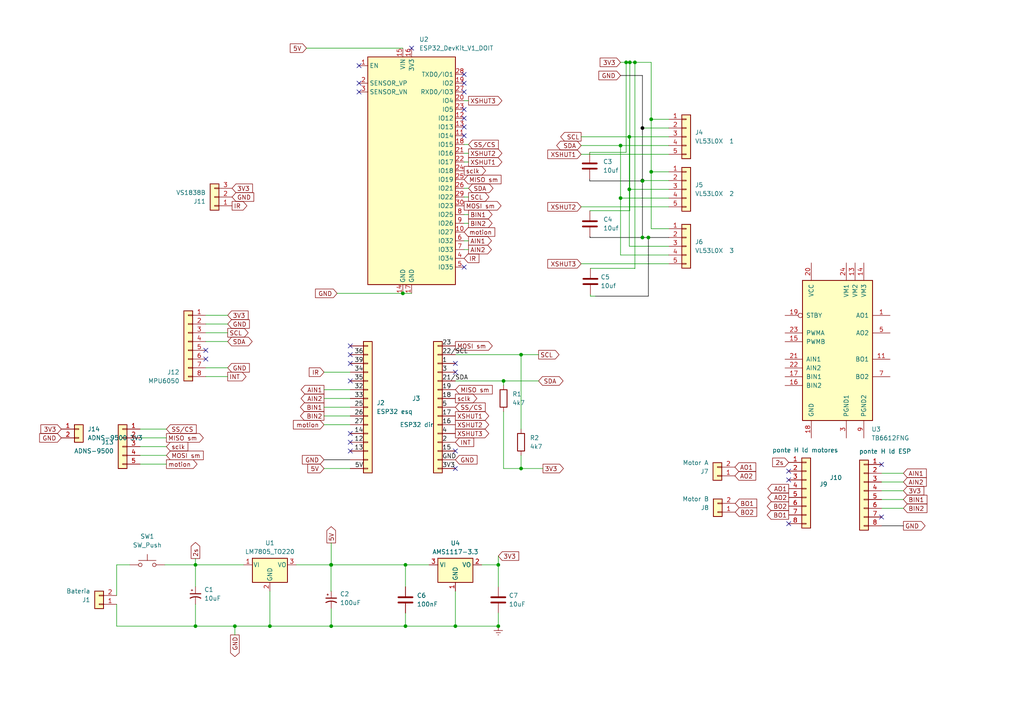
<source format=kicad_sch>
(kicad_sch (version 20230121) (generator eeschema)
  (paper "A4")
  (lib_symbols
    (symbol "Conn_01x03_1" (pin_names (offset 1.016) hide)
      (property "Reference" "J10" (at 2.54 1.27 0))
      (property "Value" "VS1838B" (at 2.54 -1.27 0))
      (symbol "Conn_01x03_1_1_1"
        (rectangle (start -1.27 0.127) (end 0 -0.127) (stroke (width 0.1524)))
        (rectangle (start -1.27 2.667) (end 0 2.413) (stroke (width 0.1524)))
        (rectangle (start -1.27 3.81) (end 1.27 -1.27) (stroke (width 0.254)) (fill (type background)))
        (pin passive line (at -5.08 2.54 0) (length 3.81) (name "Pin_1") (number "1"))
        (pin passive line (at -5.08 0 0) (length 3.81) (name "Pin_2") (number "2"))
      )
    )
    (symbol "Conn_01x15_1" (pin_numbers hide) (pin_names (offset 1.016) hide)
      (property "Reference" "J" (at 0 20.32 0))
      (property "Value" "Conn_01x15" (at 0 -20.32 0))
      (symbol "Conn_01x15_1_1_1"
        (rectangle (start -1.27 -17.653) (end 0 -17.907) (stroke (width 0.1524)))
        (rectangle (start -1.27 -15.113) (end 0 -15.367) (stroke (width 0.1524)))
        (rectangle (start -1.27 -12.573) (end 0 -12.827) (stroke (width 0.1524)))
        (rectangle (start -1.27 -10.033) (end 0 -10.287) (stroke (width 0.1524)))
        (rectangle (start -1.27 -7.493) (end 0 -7.747) (stroke (width 0.1524)))
        (rectangle (start -1.27 -4.953) (end 0 -5.207) (stroke (width 0.1524)))
        (rectangle (start -1.27 -2.413) (end 0 -2.667) (stroke (width 0.1524)))
        (rectangle (start -1.27 0.127) (end 0 -0.127) (stroke (width 0.1524)))
        (rectangle (start -1.27 2.667) (end 0 2.413) (stroke (width 0.1524)))
        (rectangle (start -1.27 5.207) (end 0 4.953) (stroke (width 0.1524)))
        (rectangle (start -1.27 7.747) (end 0 7.493) (stroke (width 0.1524)))
        (rectangle (start -1.27 10.287) (end 0 10.033) (stroke (width 0.1524)))
        (rectangle (start -1.27 12.827) (end 0 12.573) (stroke (width 0.1524)))
        (rectangle (start -1.27 15.367) (end 0 15.113) (stroke (width 0.1524)))
        (rectangle (start -1.27 17.907) (end 0 17.653) (stroke (width 0.1524)))
        (rectangle (start -1.27 19.05) (end 1.27 -19.05) (stroke (width 0.254)) (fill (type background)))
        (pin passive line (at -5.08 17.78 0) (length 3.81) (name "Pin_1") (number "1"))
        (pin passive line (at -5.08 -5.08 0) (length 3.81) (name "Pin_10") (number "10"))
        (pin passive line (at -5.08 -7.62 0) (length 3.81) (name "Pin_11") (number "11"))
        (pin passive line (at -5.08 -10.16 0) (length 3.81) (name "Pin_12") (number "12"))
        (pin passive line (at -5.08 -12.7 0) (length 3.81) (name "Pin_13") (number "13"))
        (pin passive line (at -5.08 -15.24 0) (length 3.81) (name "Pin_14") (number "14"))
        (pin passive line (at -5.08 -17.78 0) (length 3.81) (name "Pin_15") (number "15"))
        (pin passive line (at -5.08 15.24 0) (length 3.81) (name "Pin_2") (number "2"))
        (pin passive line (at -5.08 12.7 0) (length 3.81) (name "Pin_3") (number "3"))
        (pin passive line (at -5.08 10.16 0) (length 3.81) (name "Pin_4") (number "4"))
        (pin passive line (at -5.08 7.62 0) (length 3.81) (name "Pin_5") (number "5"))
        (pin passive line (at -5.08 5.08 0) (length 3.81) (name "Pin_6") (number "6"))
        (pin passive line (at -5.08 2.54 0) (length 3.81) (name "Pin_7") (number "7"))
        (pin passive line (at -5.08 0 0) (length 3.81) (name "Pin_8") (number "8"))
        (pin passive line (at -5.08 -2.54 0) (length 3.81) (name "Pin_9") (number "9"))
      )
    )
    (symbol "Conn_01x15_2" (pin_names (offset 1.016) hide)
      (property "Reference" "J13" (at 2.54 1.27 0))
      (property "Value" "ESP32 esq" (at 2.54 -1.27 0))
      (symbol "Conn_01x15_2_1_1"
        (rectangle (start -1.27 0.127) (end 0 -0.127) (stroke (width 0.1524)))
        (rectangle (start -1.27 2.667) (end 0 2.413) (stroke (width 0.1524)))
        (rectangle (start -1.27 5.207) (end 0 4.953) (stroke (width 0.1524)))
        (rectangle (start -1.27 7.747) (end 0 7.493) (stroke (width 0.1524)))
        (rectangle (start -1.27 10.287) (end 0 10.033) (stroke (width 0.1524)))
        (rectangle (start -1.27 12.827) (end 0 12.573) (stroke (width 0.1524)))
        (rectangle (start -1.27 15.367) (end 0 15.113) (stroke (width 0.1524)))
        (rectangle (start -1.27 17.907) (end 0 17.653) (stroke (width 0.1524)))
        (rectangle (start -1.27 19.05) (end 1.27 -1.27) (stroke (width 0.254)) (fill (type background)))
        (pin passive line (at -5.08 17.78 0) (length 3.81) (name "Pin_1") (number "1"))
        (pin passive line (at -5.08 15.24 0) (length 3.81) (name "Pin_2") (number "2"))
        (pin passive line (at -5.08 12.7 0) (length 3.81) (name "Pin_3") (number "3"))
        (pin passive line (at -5.08 10.16 0) (length 3.81) (name "Pin_4") (number "4"))
        (pin passive line (at -5.08 7.62 0) (length 3.81) (name "Pin_5") (number "5"))
        (pin passive line (at -5.08 5.08 0) (length 3.81) (name "Pin_6") (number "6"))
        (pin passive line (at -5.08 2.54 0) (length 3.81) (name "Pin_7") (number "7"))
        (pin passive line (at -5.08 0 0) (length 3.81) (name "Pin_8") (number "8"))
      )
    )
    (symbol "Connector_Generic:Conn_01x02" (pin_names (offset 1.016) hide)
      (property "Reference" "J" (at 0 2.54 0))
      (property "Value" "Conn_01x02" (at 0 -5.08 0))
      (symbol "Conn_01x02_1_1"
        (rectangle (start -1.27 -2.413) (end 0 -2.667) (stroke (width 0.1524)))
        (rectangle (start -1.27 0.127) (end 0 -0.127) (stroke (width 0.1524)))
        (rectangle (start -1.27 1.27) (end 1.27 -3.81) (stroke (width 0.254)) (fill (type background)))
        (pin passive line (at -5.08 0 0) (length 3.81) (name "Pin_1") (number "1"))
        (pin passive line (at -5.08 -2.54 0) (length 3.81) (name "Pin_2") (number "2"))
      )
    )
    (symbol "Connector_Generic:Conn_01x03" (pin_names (offset 1.016) hide)
      (property "Reference" "J" (at 0 5.08 0))
      (property "Value" "Conn_01x03" (at 0 -5.08 0))
      (symbol "Conn_01x03_1_1"
        (rectangle (start -1.27 -2.413) (end 0 -2.667) (stroke (width 0.1524)))
        (rectangle (start -1.27 0.127) (end 0 -0.127) (stroke (width 0.1524)))
        (rectangle (start -1.27 2.667) (end 0 2.413) (stroke (width 0.1524)))
        (rectangle (start -1.27 3.81) (end 1.27 -3.81) (stroke (width 0.254)) (fill (type background)))
        (pin passive line (at -5.08 2.54 0) (length 3.81) (name "Pin_1") (number "1"))
        (pin passive line (at -5.08 0 0) (length 3.81) (name "Pin_2") (number "2"))
        (pin passive line (at -5.08 -2.54 0) (length 3.81) (name "Pin_3") (number "3"))
      )
    )
    (symbol "Connector_Generic:Conn_01x05" (pin_names (offset 1.016) hide)
      (property "Reference" "J" (at 0 7.62 0))
      (property "Value" "Conn_01x05" (at 0 -7.62 0))
      (symbol "Conn_01x05_1_1"
        (rectangle (start -1.27 -4.953) (end 0 -5.207) (stroke (width 0.1524)))
        (rectangle (start -1.27 -2.413) (end 0 -2.667) (stroke (width 0.1524)))
        (rectangle (start -1.27 0.127) (end 0 -0.127) (stroke (width 0.1524)))
        (rectangle (start -1.27 2.667) (end 0 2.413) (stroke (width 0.1524)))
        (rectangle (start -1.27 5.207) (end 0 4.953) (stroke (width 0.1524)))
        (rectangle (start -1.27 6.35) (end 1.27 -6.35) (stroke (width 0.254)) (fill (type background)))
        (pin passive line (at -5.08 5.08 0) (length 3.81) (name "Pin_1") (number "1"))
        (pin passive line (at -5.08 2.54 0) (length 3.81) (name "Pin_2") (number "2"))
        (pin passive line (at -5.08 0 0) (length 3.81) (name "Pin_3") (number "3"))
        (pin passive line (at -5.08 -2.54 0) (length 3.81) (name "Pin_4") (number "4"))
        (pin passive line (at -5.08 -5.08 0) (length 3.81) (name "Pin_5") (number "5"))
      )
    )
    (symbol "Connector_Generic:Conn_01x07" (pin_names (offset 1.016) hide)
      (property "Reference" "J13" (at 2.54 1.27 0))
      (property "Value" "ADNS-9500" (at 2.54 -1.27 0))
      (symbol "Conn_01x07_1_1"
        (rectangle (start -1.27 -4.953) (end 0 -5.207) (stroke (width 0.1524)))
        (rectangle (start -1.27 -2.413) (end 0 -2.667) (stroke (width 0.1524)))
        (rectangle (start -1.27 0.127) (end 0 -0.127) (stroke (width 0.1524)))
        (rectangle (start -1.27 2.667) (end 0 2.413) (stroke (width 0.1524)))
        (rectangle (start -1.27 5.207) (end 0 4.953) (stroke (width 0.1524)))
        (rectangle (start -1.27 6.35) (end 1.27 -6.35) (stroke (width 0.254)) (fill (type background)))
        (pin passive line (at -5.08 5.08 0) (length 3.81) (name "Pin_1") (number "1"))
        (pin passive line (at -5.08 2.54 0) (length 3.81) (name "Pin_2") (number "2"))
        (pin passive line (at -5.08 0 0) (length 3.81) (name "Pin_3") (number "3"))
        (pin passive line (at -5.08 -2.54 0) (length 3.81) (name "Pin_4") (number "4"))
        (pin passive line (at -5.08 -5.08 0) (length 3.81) (name "Pin_5") (number "5"))
      )
    )
    (symbol "Connector_Generic:Conn_01x15" (pin_numbers hide) (pin_names (offset 1.016) hide)
      (property "Reference" "J" (at 0 20.32 0))
      (property "Value" "Conn_01x15" (at 0 -20.32 0))
      (symbol "Conn_01x15_1_1"
        (rectangle (start -1.27 -17.653) (end 0 -17.907) (stroke (width 0.1524)))
        (rectangle (start -1.27 -15.113) (end 0 -15.367) (stroke (width 0.1524)))
        (rectangle (start -1.27 -12.573) (end 0 -12.827) (stroke (width 0.1524)))
        (rectangle (start -1.27 -10.033) (end 0 -10.287) (stroke (width 0.1524)))
        (rectangle (start -1.27 -7.493) (end 0 -7.747) (stroke (width 0.1524)))
        (rectangle (start -1.27 -4.953) (end 0 -5.207) (stroke (width 0.1524)))
        (rectangle (start -1.27 -2.413) (end 0 -2.667) (stroke (width 0.1524)))
        (rectangle (start -1.27 0.127) (end 0 -0.127) (stroke (width 0.1524)))
        (rectangle (start -1.27 2.667) (end 0 2.413) (stroke (width 0.1524)))
        (rectangle (start -1.27 5.207) (end 0 4.953) (stroke (width 0.1524)))
        (rectangle (start -1.27 7.747) (end 0 7.493) (stroke (width 0.1524)))
        (rectangle (start -1.27 10.287) (end 0 10.033) (stroke (width 0.1524)))
        (rectangle (start -1.27 12.827) (end 0 12.573) (stroke (width 0.1524)))
        (rectangle (start -1.27 15.367) (end 0 15.113) (stroke (width 0.1524)))
        (rectangle (start -1.27 17.907) (end 0 17.653) (stroke (width 0.1524)))
        (rectangle (start -1.27 19.05) (end 1.27 -19.05) (stroke (width 0.254)) (fill (type background)))
        (pin passive line (at -5.08 17.78 0) (length 3.81) (name "Pin_1") (number "1"))
        (pin passive line (at -5.08 -5.08 0) (length 3.81) (name "Pin_10") (number "10"))
        (pin passive line (at -5.08 -7.62 0) (length 3.81) (name "Pin_11") (number "11"))
        (pin passive line (at -5.08 -10.16 0) (length 3.81) (name "Pin_12") (number "12"))
        (pin passive line (at -5.08 -12.7 0) (length 3.81) (name "Pin_13") (number "13"))
        (pin passive line (at -5.08 -15.24 0) (length 3.81) (name "Pin_14") (number "14"))
        (pin passive line (at -5.08 -17.78 0) (length 3.81) (name "Pin_15") (number "15"))
        (pin passive line (at -5.08 15.24 0) (length 3.81) (name "Pin_2") (number "2"))
        (pin passive line (at -5.08 12.7 0) (length 3.81) (name "Pin_3") (number "3"))
        (pin passive line (at -5.08 10.16 0) (length 3.81) (name "Pin_4") (number "4"))
        (pin passive line (at -5.08 7.62 0) (length 3.81) (name "Pin_5") (number "5"))
        (pin passive line (at -5.08 5.08 0) (length 3.81) (name "Pin_6") (number "6"))
        (pin passive line (at -5.08 2.54 0) (length 3.81) (name "Pin_7") (number "7"))
        (pin passive line (at -5.08 0 0) (length 3.81) (name "Pin_8") (number "8"))
        (pin passive line (at -5.08 -2.54 0) (length 3.81) (name "Pin_9") (number "9"))
      )
    )
    (symbol "Device:C" (pin_numbers hide) (pin_names (offset 0.254))
      (property "Reference" "C" (at 0.635 2.54 0))
      (property "Value" "C" (at 0.635 -2.54 0))
      (symbol "C_0_1"
        (polyline (pts (xy -2.032 -0.762) (xy 2.032 -0.762)) (stroke (width 0.508)))
        (polyline (pts (xy -2.032 0.762) (xy 2.032 0.762)) (stroke (width 0.508)))
      )
      (symbol "C_1_1"
        (pin passive line (at 0 3.81 270) (length 2.794) (name "~") (number "1"))
        (pin passive line (at 0 -3.81 90) (length 2.794) (name "~") (number "2"))
      )
    )
    (symbol "Device:C_Polarized_Small_US" (pin_numbers hide) (pin_names (offset 0.254) hide)
      (property "Reference" "C" (at 0.254 1.778 0))
      (property "Value" "C_Polarized_Small_US" (at 0.254 -2.032 0))
      (symbol "C_Polarized_Small_US_0_1"
        (polyline (pts (xy -1.524 0.508) (xy 1.524 0.508)) (stroke (width 0.3048)))
        (polyline (pts (xy -1.27 1.524) (xy -0.762 1.524)))
        (polyline (pts (xy -1.016 1.27) (xy -1.016 1.778)))
        (arc (start 1.524 -0.762) (mid 0 -0.3734) (end -1.524 -0.762) (stroke (width 0.3048)))
      )
      (symbol "C_Polarized_Small_US_1_1"
        (pin passive line (at 0 2.54 270) (length 2.032) (name "~") (number "1"))
        (pin passive line (at 0 -2.54 90) (length 2.032) (name "~") (number "2"))
      )
    )
    (symbol "Device:R" (pin_numbers hide) (pin_names (offset 0))
      (property "Reference" "R" (at 2.032 0 90))
      (property "Value" "R" (at 0 0 90))
      (symbol "R_0_1"
        (rectangle (start -1.016 -2.54) (end 1.016 2.54) (stroke (width 0.254)))
      )
      (symbol "R_1_1"
        (pin passive line (at 0 3.81 270) (length 1.27) (name "~") (number "1"))
        (pin passive line (at 0 -3.81 90) (length 1.27) (name "~") (number "2"))
      )
    )
    (symbol "Driver_Motor:TB6612FNG" (pin_names (offset 1.016))
      (property "Reference" "U" (at 11.43 17.78 0))
      (property "Value" "TB6612FNG" (at 11.43 15.24 0))
      (symbol "TB6612FNG_0_1"
        (rectangle (start -10.16 20.32) (end 10.16 -20.32) (stroke (width 0.254)) (fill (type background)))
      )
      (symbol "TB6612FNG_1_1"
        (pin output line (at 15.24 10.16 180) (length 5.08) (name "AO1") (number "1"))
        (pin passive line (at 7.62 -25.4 90) (length 5.08) hide (name "PGND2") (number "10"))
        (pin output line (at 15.24 -2.54 180) (length 5.08) (name "BO1") (number "11"))
        (pin passive line (at 15.24 -2.54 180) (length 5.08) hide (name "BO1") (number "12"))
        (pin power_in line (at 5.08 25.4 270) (length 5.08) (name "VM2") (number "13"))
        (pin power_in line (at 7.62 25.4 270) (length 5.08) (name "VM3") (number "14"))
        (pin input line (at -15.24 2.54 0) (length 5.08) (name "PWMB") (number "15"))
        (pin input line (at -15.24 -10.16 0) (length 5.08) (name "BIN2") (number "16"))
        (pin input line (at -15.24 -7.62 0) (length 5.08) (name "BIN1") (number "17"))
        (pin power_in line (at -7.62 -25.4 90) (length 5.08) (name "GND") (number "18"))
        (pin input inverted (at -15.24 10.16 0) (length 5.08) (name "STBY") (number "19"))
        (pin passive line (at 15.24 10.16 180) (length 5.08) hide (name "AO1") (number "2"))
        (pin power_in line (at -7.62 25.4 270) (length 5.08) (name "VCC") (number "20"))
        (pin input line (at -15.24 -2.54 0) (length 5.08) (name "AIN1") (number "21"))
        (pin input line (at -15.24 -5.08 0) (length 5.08) (name "AIN2") (number "22"))
        (pin input line (at -15.24 5.08 0) (length 5.08) (name "PWMA") (number "23"))
        (pin power_in line (at 2.54 25.4 270) (length 5.08) (name "VM1") (number "24"))
        (pin power_in line (at 2.54 -25.4 90) (length 5.08) (name "PGND1") (number "3"))
        (pin passive line (at 2.54 -25.4 90) (length 5.08) hide (name "PGND1") (number "4"))
        (pin output line (at 15.24 5.08 180) (length 5.08) (name "AO2") (number "5"))
        (pin passive line (at 15.24 5.08 180) (length 5.08) hide (name "AO2") (number "6"))
        (pin output line (at 15.24 -7.62 180) (length 5.08) (name "BO2") (number "7"))
        (pin passive line (at 15.24 -7.62 180) (length 5.08) hide (name "BO2") (number "8"))
        (pin power_in line (at 7.62 -25.4 90) (length 5.08) (name "PGND2") (number "9"))
      )
    )
    (symbol "Regulator_Linear:AMS1117-3.3"
      (property "Reference" "U" (at -3.81 3.175 0))
      (property "Value" "AMS1117-3.3" (at 0 3.175 0))
      (symbol "AMS1117-3.3_0_1"
        (rectangle (start -5.08 -5.08) (end 5.08 1.905) (stroke (width 0.254)) (fill (type background)))
      )
      (symbol "AMS1117-3.3_1_1"
        (pin power_in line (at 0 -7.62 90) (length 2.54) (name "GND") (number "1"))
        (pin power_out line (at 7.62 0 180) (length 2.54) (name "VO") (number "2"))
        (pin power_in line (at -7.62 0 0) (length 2.54) (name "VI") (number "3"))
      )
    )
    (symbol "Regulator_Linear:LM7805_TO220" (pin_names (offset 0.254))
      (property "Reference" "U" (at -3.81 3.175 0))
      (property "Value" "LM7805_TO220" (at 0 3.175 0))
      (symbol "LM7805_TO220_0_1"
        (rectangle (start -5.08 1.905) (end 5.08 -5.08) (stroke (width 0.254)) (fill (type background)))
      )
      (symbol "LM7805_TO220_1_1"
        (pin power_in line (at -7.62 0 0) (length 2.54) (name "VI") (number "1"))
        (pin power_in line (at 0 -7.62 90) (length 2.54) (name "GND") (number "2"))
        (pin power_out line (at 7.62 0 180) (length 2.54) (name "VO") (number "3"))
      )
    )
    (symbol "Switch:SW_Push" (pin_numbers hide) (pin_names (offset 1.016) hide)
      (property "Reference" "SW" (at 1.27 2.54 0))
      (property "Value" "SW_Push" (at 0 -1.524 0))
      (symbol "SW_Push_0_1"
        (circle (center -2.032 0) (radius 0.508))
        (polyline (pts (xy 0 1.27) (xy 0 3.048)))
        (polyline (pts (xy 2.54 1.27) (xy -2.54 1.27)))
        (circle (center 2.032 0) (radius 0.508))
        (pin passive line (at -5.08 0 0) (length 2.54) (name "1") (number "1"))
        (pin passive line (at 5.08 0 180) (length 2.54) (name "2") (number "2"))
      )
    )
    (symbol "esp32_devkit_v1_doit:ESP32_DevKit_V1_DOIT"
      (property "Reference" "U2" (at 2.1941 38.1 0))
      (property "Value" "ESP32_DevKit_V1_DOIT" (at 2.1941 35.56 0))
      (symbol "ESP32_DevKit_V1_DOIT_1_1"
        (rectangle (start -12.7 33.02) (end 12.7 -33.02) (stroke (width 0.254)) (fill (type background)))
        (pin input line (at -15.24 30.48 0) (length 2.54) (name "EN") (number "1"))
        (pin bidirectional line (at 15.24 -17.78 180) (length 2.54) (name "IO27") (number "10"))
        (pin bidirectional line (at 15.24 10.16 180) (length 2.54) (name "IO14") (number "11"))
        (pin bidirectional line (at 15.24 15.24 180) (length 2.54) (name "IO12") (number "12"))
        (pin bidirectional line (at 15.24 12.7 180) (length 2.54) (name "IO13") (number "13"))
        (pin power_in line (at -2.54 -35.56 90) (length 2.54) (name "GND") (number "14"))
        (pin power_in line (at -2.54 35.56 270) (length 2.54) (name "VIN") (number "15"))
        (pin power_in line (at 0 35.56 270) (length 2.54) (name "3V3") (number "16"))
        (pin power_in line (at 0 -35.56 90) (length 2.54) (name "GND") (number "17"))
        (pin bidirectional line (at 15.24 7.62 180) (length 2.54) (name "IO15") (number "18"))
        (pin bidirectional line (at 15.24 25.4 180) (length 2.54) (name "IO2") (number "19"))
        (pin input line (at -15.24 25.4 0) (length 2.54) (name "SENSOR_VP") (number "2"))
        (pin bidirectional line (at 15.24 20.32 180) (length 2.54) (name "IO4") (number "20"))
        (pin bidirectional line (at 15.24 5.08 180) (length 2.54) (name "IO16") (number "21"))
        (pin bidirectional line (at 15.24 2.54 180) (length 2.54) (name "IO17") (number "22"))
        (pin bidirectional line (at 15.24 17.78 180) (length 2.54) (name "IO5") (number "23"))
        (pin bidirectional line (at 15.24 0 180) (length 2.54) (name "IO18") (number "24"))
        (pin bidirectional line (at 15.24 -2.54 180) (length 2.54) (name "IO19") (number "25"))
        (pin bidirectional line (at 15.24 -5.08 180) (length 2.54) (name "IO21") (number "26"))
        (pin bidirectional line (at 15.24 22.86 180) (length 2.54) (name "RXD0/IO3") (number "27"))
        (pin bidirectional line (at 15.24 27.94 180) (length 2.54) (name "TXD0/IO1") (number "28"))
        (pin bidirectional line (at 15.24 -7.62 180) (length 2.54) (name "IO22") (number "29"))
        (pin input line (at -15.24 22.86 0) (length 2.54) (name "SENSOR_VN") (number "3"))
        (pin bidirectional line (at 15.24 -10.16 180) (length 2.54) (name "IO23") (number "30"))
        (pin input line (at 15.24 -25.4 180) (length 2.54) (name "IO34") (number "4"))
        (pin input line (at 15.24 -27.94 180) (length 2.54) (name "IO35") (number "5"))
        (pin bidirectional line (at 15.24 -20.32 180) (length 2.54) (name "IO32") (number "6"))
        (pin bidirectional line (at 15.24 -22.86 180) (length 2.54) (name "IO33") (number "7"))
        (pin bidirectional line (at 15.24 -12.7 180) (length 2.54) (name "IO25") (number "8"))
        (pin bidirectional line (at 15.24 -15.24 180) (length 2.54) (name "IO26") (number "9"))
      )
    )
    (symbol "power:GNDREF" (power) (pin_names (offset 0))
      (property "Value" "GNDREF" (at 0 -3.81 0))
      (symbol "GNDREF_0_1"
        (polyline (pts (xy -0.635 -1.905) (xy 0.635 -1.905)))
        (polyline (pts (xy -0.127 -2.54) (xy 0.127 -2.54)))
        (polyline (pts (xy 0 -1.27) (xy 0 0)))
        (polyline (pts (xy 1.27 -1.27) (xy -1.27 -1.27)))
      )
      (symbol "GNDREF_1_1"
        (pin power_in line (at 0 0 270) (length 0) hide (name "GNDREF") (number "1"))
      )
    )
  )
  (junction (at 132.08 181.61))
  (junction (at 96.012 163.83))
  (junction (at 188.0616 68.8848))
  (junction (at 186.3344 37.1348) (color 0 0 0 1))
  (junction (at 186.3344 52.3748) (color 0 0 0 1))
  (junction (at 184.15 18.0848))
  (junction (at 78.2828 181.61))
  (junction (at 151.13 135.89))
  (junction (at 56.6928 181.61))
  (junction (at 96.0628 163.83))
  (junction (at 144.526 163.83))
  (junction (at 182.5244 54.9148))
  (junction (at 179.9844 42.2148))
  (junction (at 117.602 181.61))
  (junction (at 151.13 102.87))
  (junction (at 186.3344 68.8848))
  (junction (at 56.6928 163.83))
  (junction (at 146.05 110.49))
  (junction (at 116.84 85.09))
  (junction (at 68.1228 181.61))
  (junction (at 182.6768 18.0848))
  (junction (at 96.0628 181.61))
  (junction (at 144.526 181.61))
  (junction (at 186.3344 52.4764))
  (junction (at 181.61 18.0848))
  (junction (at 188.8744 34.5948))
  (junction (at 179.9844 57.4548))
  (junction (at 182.5244 39.6748))
  (junction (at 188.8744 49.8348))
  (junction (at 117.602 163.83))
  (no_connect (at 255.6764 149.9616))
  (no_connect (at 132.08 107.95))
  (no_connect (at 228.7524 139.192))
  (no_connect (at 101.6 130.81))
  (no_connect (at 134.62 36.83))
  (no_connect (at 134.62 77.47))
  (no_connect (at 134.62 31.75))
  (no_connect (at 134.62 39.37))
  (no_connect (at 255.6764 134.7216))
  (no_connect (at 101.6 105.41))
  (no_connect (at 134.62 21.59))
  (no_connect (at 104.14 24.13))
  (no_connect (at 132.08 130.81))
  (no_connect (at 132.08 135.89))
  (no_connect (at 104.14 26.67))
  (no_connect (at 228.7524 136.652))
  (no_connect (at 119.38 13.97))
  (no_connect (at 101.6 128.27))
  (no_connect (at 101.6 100.33))
  (no_connect (at 228.7524 151.892))
  (no_connect (at 59.69 101.6))
  (no_connect (at 134.62 24.13))
  (no_connect (at 101.6 110.49))
  (no_connect (at 132.08 105.41))
  (no_connect (at 101.6 125.73))
  (no_connect (at 101.6 102.87))
  (no_connect (at 59.69 104.14))
  (no_connect (at 134.62 34.29))
  (no_connect (at 134.62 26.67))
  (no_connect (at 104.14 19.05))
  (wire (pts (xy 182.5244 54.9148) (xy 182.5244 71.4248)))
  (wire (pts (xy 93.98 135.89) (xy 101.6 135.89)))
  (wire (pts (xy 182.5244 71.4248) (xy 193.9544 71.4248)))
  (wire (pts (xy 134.62 69.85) (xy 135.89 69.85)))
  (wire (pts (xy 96.0628 181.61) (xy 117.602 181.61)))
  (wire (pts (xy 179.9844 57.4548) (xy 193.9544 57.4548)))
  (wire (pts (xy 188.0616 68.8848) (xy 193.9544 68.8848)) (stroke (width 0) (color 0 0 0 1)))
  (wire (pts (xy 134.62 44.45) (xy 135.89 44.45)))
  (wire (pts (xy 93.98 113.03) (xy 101.6 113.03)))
  (wire (pts (xy 186.3344 52.4764) (xy 171.0436 52.4764)) (stroke (width 0) (color 0 0 0 1)))
  (wire (pts (xy 116.84 85.09) (xy 119.38 85.09)))
  (wire (pts (xy 168.5544 42.2148) (xy 179.9844 42.2148)))
  (wire (pts (xy 188.0616 68.8848) (xy 188.0616 85.9028)) (stroke (width 0) (color 0 0 0 1)))
  (wire (pts (xy 184.15 18.0848) (xy 188.8744 18.0848)))
  (wire (pts (xy 186.3344 52.4764) (xy 186.3344 68.8848)) (stroke (width 0) (color 0 0 0 1)))
  (wire (pts (xy 68.1228 181.61) (xy 78.2828 181.61)))
  (wire (pts (xy 179.9844 42.2148) (xy 179.9844 57.4548)))
  (wire (pts (xy 182.6768 18.0848) (xy 184.15 18.0848)))
  (wire (pts (xy 151.13 132.08) (xy 151.13 135.89)))
  (wire (pts (xy 139.7 163.83) (xy 144.526 163.83)))
  (wire (pts (xy 146.05 110.49) (xy 156.21 110.49)))
  (wire (pts (xy 186.3344 52.3748) (xy 193.9544 52.3748)))
  (wire (pts (xy 179.9844 42.2148) (xy 193.9544 42.2148)))
  (wire (pts (xy 33.8328 181.61) (xy 56.6928 181.61)))
  (wire (pts (xy 93.98 107.95) (xy 101.6 107.95)))
  (wire (pts (xy 132.08 171.45) (xy 132.08 181.61)))
  (wire (pts (xy 78.2828 181.61) (xy 96.0628 181.61)))
  (wire (pts (xy 188.8744 49.8348) (xy 188.8744 66.3448)))
  (wire (pts (xy 56.6928 163.83) (xy 70.6628 163.83)))
  (wire (pts (xy 96.012 163.83) (xy 96.012 171.45)))
  (wire (pts (xy 59.69 93.98) (xy 66.04 93.98)))
  (wire (pts (xy 56.6928 175.26) (xy 56.6928 181.61)))
  (wire (pts (xy 33.8328 172.72) (xy 33.8328 163.83)))
  (wire (pts (xy 97.79 85.09) (xy 116.84 85.09)))
  (wire (pts (xy 171.0944 68.7832) (xy 171.0944 68.7324)) (stroke (width 0) (color 0 0 0 1)))
  (wire (pts (xy 179.9844 57.4548) (xy 179.9844 73.9648)))
  (wire (pts (xy 182.6768 18.0848) (xy 182.6768 61.1124)))
  (wire (pts (xy 188.0616 85.9028) (xy 172.72 85.9028)) (stroke (width 0) (color 0 0 0 1)))
  (wire (pts (xy 40.64 124.46) (xy 48.26 124.46)))
  (wire (pts (xy 134.62 64.77) (xy 135.89 64.77)))
  (wire (pts (xy 88.9 13.97) (xy 116.84 13.97)))
  (wire (pts (xy 59.69 99.06) (xy 66.04 99.06)))
  (wire (pts (xy 255.6764 152.5016) (xy 262.0264 152.5016)) (stroke (width 0) (color 0 0 0 1)))
  (wire (pts (xy 132.08 102.87) (xy 151.13 102.87)))
  (wire (pts (xy 186.3344 21.8948) (xy 186.3344 37.1348)) (stroke (width 0) (color 0 0 0 1)))
  (wire (pts (xy 182.5244 39.6748) (xy 193.9544 39.6748)))
  (wire (pts (xy 117.602 163.83) (xy 124.46 163.83)))
  (wire (pts (xy 171.1452 68.7832) (xy 171.1452 68.8848)) (stroke (width 0) (color 0 0 0 1)))
  (wire (pts (xy 117.602 181.61) (xy 117.602 177.8)))
  (wire (pts (xy 171.2468 85.9028) (xy 172.72 85.9028)))
  (wire (pts (xy 47.8028 163.83) (xy 56.6928 163.83)))
  (wire (pts (xy 186.3344 37.1348) (xy 186.3344 52.3748)) (stroke (width 0) (color 0 0 0 1)))
  (wire (pts (xy 146.05 135.89) (xy 151.13 135.89)))
  (wire (pts (xy 144.526 161.29) (xy 144.526 163.83)))
  (wire (pts (xy 134.62 72.39) (xy 135.89 72.39)))
  (wire (pts (xy 186.3344 52.4764) (xy 186.3344 52.3748)) (stroke (width 0) (color 0 0 0 1)))
  (wire (pts (xy 146.05 119.38) (xy 146.05 135.89)))
  (wire (pts (xy 188.8744 34.5948) (xy 193.9544 34.5948)))
  (wire (pts (xy 184.15 18.0848) (xy 184.15 77.8764)))
  (wire (pts (xy 186.3344 37.1348) (xy 193.9544 37.1348)))
  (wire (pts (xy 134.62 62.23) (xy 135.89 62.23)))
  (wire (pts (xy 184.0992 77.8764) (xy 184.0992 77.8256)))
  (wire (pts (xy 255.6764 137.2616) (xy 262.0264 137.2616)))
  (wire (pts (xy 134.62 54.61) (xy 135.89 54.61)))
  (wire (pts (xy 40.64 129.54) (xy 48.26 129.54)))
  (wire (pts (xy 168.5544 76.5048) (xy 193.9544 76.5048)))
  (wire (pts (xy 93.98 118.11) (xy 101.6 118.11)))
  (wire (pts (xy 151.13 102.87) (xy 151.13 124.46)))
  (wire (pts (xy 255.6764 139.8016) (xy 262.0264 139.8016)))
  (wire (pts (xy 184.0992 77.8256) (xy 171.2468 77.8256)))
  (wire (pts (xy 40.64 134.62) (xy 48.26 134.62)))
  (wire (pts (xy 40.64 132.08) (xy 48.26 132.08)))
  (wire (pts (xy 96.012 171.45) (xy 96.0628 171.45)))
  (wire (pts (xy 134.62 57.15) (xy 135.89 57.15)))
  (wire (pts (xy 182.5244 54.9148) (xy 193.9544 54.9148)))
  (wire (pts (xy 96.0628 176.53) (xy 96.0628 181.61)))
  (wire (pts (xy 78.2828 181.61) (xy 78.2828 171.45)))
  (wire (pts (xy 188.8744 49.8348) (xy 193.9544 49.8348)))
  (wire (pts (xy 144.526 163.83) (xy 144.526 170.18)))
  (wire (pts (xy 93.98 120.65) (xy 101.6 120.65)))
  (wire (pts (xy 144.526 177.8) (xy 144.526 181.61)))
  (wire (pts (xy 186.3344 68.8848) (xy 171.1452 68.8848)) (stroke (width 0) (color 0 0 0 1)))
  (wire (pts (xy 33.8328 163.83) (xy 37.6428 163.83)))
  (wire (pts (xy 184.0992 77.8764) (xy 184.15 77.8764)))
  (wire (pts (xy 179.9844 18.0848) (xy 181.61 18.0848)))
  (wire (pts (xy 181.61 18.0848) (xy 181.61 44.196)))
  (wire (pts (xy 93.98 123.19) (xy 101.6 123.19)))
  (wire (pts (xy 59.69 91.44) (xy 66.04 91.44)))
  (wire (pts (xy 66.04 109.22) (xy 59.69 109.22)))
  (wire (pts (xy 117.602 181.61) (xy 132.08 181.61)))
  (wire (pts (xy 179.9844 21.8948) (xy 186.3344 21.8948)) (stroke (width 0) (color 0 0 0 1)))
  (wire (pts (xy 33.8328 175.26) (xy 33.8328 181.61)))
  (wire (pts (xy 168.5544 39.6748) (xy 182.5244 39.6748)))
  (wire (pts (xy 56.6928 181.61) (xy 68.1228 181.61)))
  (wire (pts (xy 93.98 115.57) (xy 101.6 115.57)))
  (wire (pts (xy 171.0436 44.196) (xy 171.0436 44.3484)))
  (wire (pts (xy 96.0628 163.83) (xy 117.602 163.83)))
  (wire (pts (xy 255.6764 147.4216) (xy 262.0264 147.4216)))
  (wire (pts (xy 134.62 41.91) (xy 135.89 41.91)))
  (wire (pts (xy 151.13 135.89) (xy 157.48 135.89)))
  (wire (pts (xy 181.61 44.196) (xy 171.0436 44.196)))
  (wire (pts (xy 117.602 163.83) (xy 117.602 170.18)))
  (wire (pts (xy 188.8744 18.0848) (xy 188.8744 34.5948)))
  (wire (pts (xy 188.8744 34.5948) (xy 188.8744 49.8348)))
  (wire (pts (xy 59.69 106.68) (xy 66.04 106.68)))
  (wire (pts (xy 168.5544 44.7548) (xy 193.9544 44.7548)))
  (wire (pts (xy 40.64 127) (xy 48.26 127)))
  (wire (pts (xy 168.5544 59.9948) (xy 193.9544 59.9948)))
  (wire (pts (xy 93.98 133.35) (xy 101.6 133.35)) (stroke (width 0) (color 0 0 0 1)))
  (wire (pts (xy 188.8744 66.3448) (xy 193.9544 66.3448)))
  (wire (pts (xy 255.6764 144.8816) (xy 262.0264 144.8816)))
  (wire (pts (xy 151.13 102.87) (xy 156.21 102.87)))
  (wire (pts (xy 186.3344 68.8848) (xy 188.0616 68.8848)) (stroke (width 0) (color 0 0 0 1)))
  (wire (pts (xy 56.6928 162.0012) (xy 56.6928 163.83)))
  (wire (pts (xy 59.69 96.52) (xy 66.04 96.52)))
  (wire (pts (xy 171.0944 61.1124) (xy 182.6768 61.1124)))
  (wire (pts (xy 56.6928 163.83) (xy 56.6928 170.18)))
  (wire (pts (xy 146.05 110.49) (xy 146.05 111.76)))
  (wire (pts (xy 134.62 46.99) (xy 135.89 46.99)))
  (wire (pts (xy 171.1452 68.7832) (xy 171.0944 68.7832)) (stroke (width 0) (color 0 0 0 1)))
  (wire (pts (xy 181.61 18.0848) (xy 182.6768 18.0848)))
  (wire (pts (xy 96.0628 157.48) (xy 96.0628 163.83)))
  (wire (pts (xy 132.08 110.49) (xy 146.05 110.49)))
  (wire (pts (xy 171.0436 51.9684) (xy 171.0436 52.4764)) (stroke (width 0) (color 0 0 0 1)))
  (wire (pts (xy 85.9028 163.83) (xy 96.012 163.83)))
  (wire (pts (xy 171.2468 85.4456) (xy 171.2468 85.9028)))
  (wire (pts (xy 179.9844 73.9648) (xy 193.9544 73.9648)))
  (wire (pts (xy 96.012 163.83) (xy 96.0628 163.83)))
  (wire (pts (xy 132.08 181.61) (xy 144.526 181.61)))
  (wire (pts (xy 68.1228 181.61) (xy 68.1228 184.15)))
  (wire (pts (xy 135.89 29.21) (xy 134.62 29.21)))
  (wire (pts (xy 262.0264 142.3416) (xy 255.6764 142.3416)))
  (wire (pts (xy 182.5244 39.6748) (xy 182.5244 54.9148)))
  (label "14" (at 105.41 125.73 180))
  (label "39" (at 105.41 105.41 180))
  (label "1" (at 128.27 105.41 0))
  (label "21{slash}SDA" (at 128.27 110.49 0))
  (label "4" (at 128.27 125.73 0))
  (label "17" (at 128.27 120.65 0))
  (label "GND" (at 128.27 133.35 0))
  (label "23" (at 128.27 100.33 0))
  (label "19" (at 128.27 113.03 0))
  (label "5" (at 128.27 118.11 0))
  (label "27" (at 105.41 123.19 180))
  (label "34" (at 105.41 107.95 180))
  (label "3" (at 128.27 107.95 0))
  (label "2" (at 128.27 128.27 0))
  (label "33" (at 105.41 115.57 180))
  (label "36" (at 105.41 102.87 180))
  (label "26" (at 105.41 120.65 180))
  (label "25" (at 105.41 118.11 180))
  (label "15" (at 128.27 130.81 0))
  (label "18" (at 128.27 115.57 0))
  (label "16" (at 128.27 123.19 0))
  (label "32" (at 105.41 113.03 180))
  (label "35" (at 105.41 110.49 180))
  (label "3V3" (at 128.27 135.89 0))
  (label "5V" (at 105.41 135.89 180))
  (label "22{slash}SCL" (at 128.27 102.87 0))
  (label "12" (at 105.41 128.27 180))
  (label "13" (at 105.41 130.81 180))
  (global_label "AIN1" (shape input) (at 262.0264 137.2616 0) (property "Intersheetrefs" "${INTERSHEET_REFS}" (effects hide)))
  (global_label "3V3" (shape input) (at 144.526 161.29 0) (property "Intersheetrefs" "${INTERSHEET_REFS}" (effects hide)))
  (global_label "XSHUT1" (shape output) (at 132.08 120.65 0) (property "Intersheetrefs" "${INTERSHEET_REFS}" (effects hide)))
  (global_label "3V3" (shape input) (at 66.04 91.44 0) (property "Intersheetrefs" "${INTERSHEET_REFS}" (effects hide)))
  (global_label "2s" (shape input) (at 228.7524 134.112 180) (property "Intersheetrefs" "${INTERSHEET_REFS}" (effects hide)))
  (global_label "5V" (shape output) (at 96.0628 157.48 90) (property "Intersheetrefs" "${INTERSHEET_REFS}" (effects hide)))
  (global_label "XSHUT1" (shape output) (at 135.89 46.99 0) (property "Intersheetrefs" "${INTERSHEET_REFS}" (effects hide)))
  (global_label "AIN1" (shape output) (at 93.98 113.03 180) (property "Intersheetrefs" "${INTERSHEET_REFS}" (effects hide)))
  (global_label "XSHUT3" (shape output) (at 132.08 125.73 0) (property "Intersheetrefs" "${INTERSHEET_REFS}" (effects hide)))
  (global_label "GND" (shape input) (at 179.9844 21.8948 180) (property "Intersheetrefs" "${INTERSHEET_REFS}" (effects hide)))
  (global_label "XSHUT3" (shape output) (at 135.89 29.21 0) (property "Intersheetrefs" "${INTERSHEET_REFS}" (effects hide)))
  (global_label "GND" (shape input) (at 17.78 127 180) (property "Intersheetrefs" "${INTERSHEET_REFS}" (effects hide)))
  (global_label "AIN2" (shape input) (at 262.0264 139.8016 0) (property "Intersheetrefs" "${INTERSHEET_REFS}" (effects hide)))
  (global_label "BIN2" (shape input) (at 262.0264 147.4216 0) (property "Intersheetrefs" "${INTERSHEET_REFS}" (effects hide)))
  (global_label "MOSI sm" (shape output) (at 134.62 59.69 0) (property "Intersheetrefs" "${INTERSHEET_REFS}" (effects hide)))
  (global_label "MOSI sm" (shape output) (at 132.08 100.33 0) (property "Intersheetrefs" "${INTERSHEET_REFS}" (effects hide)))
  (global_label "SCL" (shape output) (at 156.21 102.87 0) (property "Intersheetrefs" "${INTERSHEET_REFS}" (effects hide)))
  (global_label "INT" (shape input) (at 132.08 128.27 0) (property "Intersheetrefs" "${INTERSHEET_REFS}" (effects hide)))
  (global_label "GND" (shape input) (at 97.79 85.09 180) (property "Intersheetrefs" "${INTERSHEET_REFS}" (effects hide)))
  (global_label "BO1" (shape output) (at 228.7524 149.352 180) (property "Intersheetrefs" "${INTERSHEET_REFS}" (effects hide)))
  (global_label "AIN1" (shape output) (at 135.89 69.85 0) (property "Intersheetrefs" "${INTERSHEET_REFS}" (effects hide)))
  (global_label "5V" (shape input) (at 93.98 135.89 180) (property "Intersheetrefs" "${INTERSHEET_REFS}" (effects hide)))
  (global_label "MISO sm" (shape input) (at 132.08 113.03 0) (property "Intersheetrefs" "${INTERSHEET_REFS}" (effects hide)))
  (global_label "GND" (shape input) (at 132.08 133.35 0) (property "Intersheetrefs" "${INTERSHEET_REFS}" (effects hide)))
  (global_label "2s" (shape output) (at 56.6928 162.0012 90) (property "Intersheetrefs" "${INTERSHEET_REFS}" (effects hide)))
  (global_label "5V" (shape input) (at 88.9 13.97 180) (property "Intersheetrefs" "${INTERSHEET_REFS}" (effects hide)))
  (global_label "3V3" (shape input) (at 179.9844 18.0848 180) (property "Intersheetrefs" "${INTERSHEET_REFS}" (effects hide)))
  (global_label "3V3" (shape output) (at 157.48 135.89 0) (property "Intersheetrefs" "${INTERSHEET_REFS}" (effects hide)))
  (global_label "BO1" (shape input) (at 213.2584 145.9992 0) (property "Intersheetrefs" "${INTERSHEET_REFS}" (effects hide)))
  (global_label "SCL" (shape output) (at 135.89 57.15 0) (property "Intersheetrefs" "${INTERSHEET_REFS}" (effects hide)))
  (global_label "XSHUT1" (shape input) (at 168.5544 44.7548 180) (property "Intersheetrefs" "${INTERSHEET_REFS}" (effects hide)))
  (global_label "IR" (shape input) (at 134.62 74.93 0) (property "Intersheetrefs" "${INTERSHEET_REFS}" (effects hide)))
  (global_label "AIN2" (shape output) (at 93.98 115.57 180) (property "Intersheetrefs" "${INTERSHEET_REFS}" (effects hide)))
  (global_label "BO2" (shape output) (at 228.7524 146.812 180) (property "Intersheetrefs" "${INTERSHEET_REFS}" (effects hide)))
  (global_label "GND" (shape output) (at 68.1228 184.15 270) (property "Intersheetrefs" "${INTERSHEET_REFS}" (effects hide)))
  (global_label "GND" (shape output) (at 262.0264 152.5016 0) (property "Intersheetrefs" "${INTERSHEET_REFS}" (effects hide)))
  (global_label "MISO sm" (shape output) (at 48.26 127 0) (property "Intersheetrefs" "${INTERSHEET_REFS}" (effects hide)))
  (global_label "BIN2" (shape output) (at 135.89 64.77 0) (property "Intersheetrefs" "${INTERSHEET_REFS}" (effects hide)))
  (global_label "AIN2" (shape output) (at 135.89 72.39 0) (property "Intersheetrefs" "${INTERSHEET_REFS}" (effects hide)))
  (global_label "SS{slash}CS" (shape input) (at 48.26 124.46 0) (property "Intersheetrefs" "${INTERSHEET_REFS}" (effects hide)))
  (global_label "SS{slash}CS" (shape input) (at 135.89 41.91 0) (property "Intersheetrefs" "${INTERSHEET_REFS}" (effects hide)))
  (global_label "INT" (shape output) (at 66.04 109.22 0) (property "Intersheetrefs" "${INTERSHEET_REFS}" (effects hide)))
  (global_label "XSHUT2" (shape output) (at 135.89 44.45 0) (property "Intersheetrefs" "${INTERSHEET_REFS}" (effects hide)))
  (global_label "GND" (shape input) (at 66.04 93.98 0) (property "Intersheetrefs" "${INTERSHEET_REFS}" (effects hide)))
  (global_label "AO1" (shape input) (at 213.1568 135.4836 0) (property "Intersheetrefs" "${INTERSHEET_REFS}" (effects hide)))
  (global_label "sclk" (shape input) (at 48.26 129.54 0) (property "Intersheetrefs" "${INTERSHEET_REFS}" (effects hide)))
  (global_label "AO1" (shape output) (at 228.7524 141.732 180) (property "Intersheetrefs" "${INTERSHEET_REFS}" (effects hide)))
  (global_label "XSHUT3" (shape input) (at 168.5544 76.5048 180) (property "Intersheetrefs" "${INTERSHEET_REFS}" (effects hide)))
  (global_label "sclk" (shape output) (at 132.08 115.57 0) (property "Intersheetrefs" "${INTERSHEET_REFS}" (effects hide)))
  (global_label "BIN1" (shape input) (at 262.0264 144.8816 0) (property "Intersheetrefs" "${INTERSHEET_REFS}" (effects hide)))
  (global_label "motion" (shape input) (at 134.62 67.31 0) (property "Intersheetrefs" "${INTERSHEET_REFS}" (effects hide)))
  (global_label "GND" (shape input) (at 66.04 106.68 0) (property "Intersheetrefs" "${INTERSHEET_REFS}" (effects hide)))
  (global_label "IR" (shape output) (at 67.31 59.69 0) (property "Intersheetrefs" "${INTERSHEET_REFS}" (effects hide)))
  (global_label "SDA" (shape bidirectional) (at 66.04 99.06 0) (property "Intersheetrefs" "${INTERSHEET_REFS}" (effects hide)))
  (global_label "SCL" (shape output) (at 66.04 96.52 0) (property "Intersheetrefs" "${INTERSHEET_REFS}" (effects hide)))
  (global_label "BIN1" (shape output) (at 93.98 118.11 180) (property "Intersheetrefs" "${INTERSHEET_REFS}" (effects hide)))
  (global_label "SDA" (shape bidirectional) (at 156.21 110.49 0) (property "Intersheetrefs" "${INTERSHEET_REFS}" (effects hide)))
  (global_label "motion" (shape output) (at 48.26 134.62 0) (property "Intersheetrefs" "${INTERSHEET_REFS}" (effects hide)))
  (global_label "AO2" (shape input) (at 213.1568 138.0236 0) (property "Intersheetrefs" "${INTERSHEET_REFS}" (effects hide)))
  (global_label "BO2" (shape input) (at 213.2584 148.5392 0) (property "Intersheetrefs" "${INTERSHEET_REFS}" (effects hide)))
  (global_label "3V3" (shape input) (at 17.78 124.46 180) (property "Intersheetrefs" "${INTERSHEET_REFS}" (effects hide)))
  (global_label "BIN2" (shape output) (at 93.98 120.65 180) (property "Intersheetrefs" "${INTERSHEET_REFS}" (effects hide)))
  (global_label "SDA" (shape bidirectional) (at 168.5544 42.2148 180) (property "Intersheetrefs" "${INTERSHEET_REFS}" (effects hide)))
  (global_label "AO2" (shape output) (at 228.7524 144.272 180) (property "Intersheetrefs" "${INTERSHEET_REFS}" (effects hide)))
  (global_label "sclk" (shape output) (at 134.62 49.53 0) (property "Intersheetrefs" "${INTERSHEET_REFS}" (effects hide)))
  (global_label "3V3" (shape input) (at 67.31 54.61 0) (property "Intersheetrefs" "${INTERSHEET_REFS}" (effects hide)))
  (global_label "IR" (shape input) (at 93.98 107.95 180) (property "Intersheetrefs" "${INTERSHEET_REFS}" (effects hide)))
  (global_label "MISO sm" (shape input) (at 134.62 52.07 0) (property "Intersheetrefs" "${INTERSHEET_REFS}" (effects hide)))
  (global_label "XSHUT2" (shape input) (at 168.5544 59.9948 180) (property "Intersheetrefs" "${INTERSHEET_REFS}" (effects hide)))
  (global_label "GND" (shape input) (at 67.31 57.15 0) (property "Intersheetrefs" "${INTERSHEET_REFS}" (effects hide)))
  (global_label "motion" (shape input) (at 93.98 123.19 180) (property "Intersheetrefs" "${INTERSHEET_REFS}" (effects hide)))
  (global_label "XSHUT2" (shape output) (at 132.08 123.19 0) (property "Intersheetrefs" "${INTERSHEET_REFS}" (effects hide)))
  (global_label "3V3" (shape input) (at 262.0264 142.3416 0) (property "Intersheetrefs" "${INTERSHEET_REFS}" (effects hide)))
  (global_label "MOSI sm" (shape input) (at 48.26 132.08 0) (property "Intersheetrefs" "${INTERSHEET_REFS}" (effects hide)))
  (global_label "SS{slash}CS" (shape input) (at 132.08 118.11 0) (property "Intersheetrefs" "${INTERSHEET_REFS}" (effects hide)))
  (global_label "BIN1" (shape output) (at 135.89 62.23 0) (property "Intersheetrefs" "${INTERSHEET_REFS}" (effects hide)))
  (global_label "SCL" (shape output) (at 168.5544 39.6748 180) (property "Intersheetrefs" "${INTERSHEET_REFS}" (effects hide)))
  (global_label "SDA" (shape bidirectional) (at 135.89 54.61 0) (property "Intersheetrefs" "${INTERSHEET_REFS}" (effects hide)))
  (global_label "GND" (shape input) (at 93.98 133.35 180) (property "Intersheetrefs" "${INTERSHEET_REFS}" (effects hide)))
  (symbol (lib_id "Device:R") (at 146.05 115.57 0) (unit 1)
    (property "Reference" "R1" (at 148.59 114.3 0) (effects (justify left)))
    (property "Value" "4k7" (at 148.59 116.84 0) (effects (justify left)))
    (property "Footprint" "Resistor_THT:R_Axial_DIN0207_L6.3mm_D2.5mm_P10.16mm_Horizontal" (effects hide))
  )
  (symbol (lib_name "Conn_01x03_1") (lib_id "Connector_Generic:Conn_01x03") (at 208.1784 145.9992 180) (unit 1)
    (property "Reference" "J8" (at 205.6384 147.2692 0) (effects (justify left)))
    (property "Value" "Motor B" (at 205.6384 144.7292 0) (effects (justify left)))
    (property "Footprint" "Connector_JST:JST_XH_B2B-XH-AM_1x02_P2.50mm_Vertical" (effects hide))
  )
  (symbol (lib_name "Conn_01x15_1") (lib_id "Connector_Generic:Conn_01x15") (at 127 118.11 0) (mirror y) (unit 1)
    (property "Reference" "J3" (at 121.92 115.57 0) (effects (justify left)))
    (property "Value" "ESP32 dir" (at 125.73 123.19 0) (effects (justify left)))
    (property "Footprint" "Connector_PinSocket_2.54mm:PinSocket_1x15_P2.54mm_Vertical" (effects hide))
  )
  (symbol (lib_name "Conn_01x03_1") (lib_id "Connector_Generic:Conn_01x03") (at 28.7528 172.72 180) (unit 1)
    (property "Reference" "J1" (at 26.2128 173.99 0) (effects (justify left)))
    (property "Value" "Bateria" (at 26.2128 171.45 0) (effects (justify left)))
    (property "Footprint" "Connector_JST:JST_PH_B2B-PH-K_1x02_P2.00mm_Vertical" (effects hide))
  )
  (symbol (lib_id "Connector_Generic:Conn_01x05") (at 199.0344 71.4248 0) (unit 1)
    (property "Reference" "J6" (at 201.5744 70.1548 0) (effects (justify left)))
    (property "Value" "VL53L0X  3" (at 201.5744 72.6948 0) (effects (justify left)))
    (property "Footprint" "Connector_JST:JST_XH_B5B-XH-AM_1x05_P2.50mm_Vertical" (effects hide))
  )
  (symbol (lib_id "Switch:SW_Push") (at 42.7228 163.83 0) (unit 1)
    (property "Reference" "SW1" (at 42.7228 155.575 0))
    (property "Value" "SW_Push" (at 42.7228 158.115 0))
    (property "Footprint" "Button_Switch_THT:Nidec_Copal_SH-7010C" (effects hide))
  )
  (symbol (lib_id "Regulator_Linear:AMS1117-3.3") (at 132.08 163.83 0) (unit 1)
    (property "Reference" "U4" (at 132.08 157.5308 0))
    (property "Value" "AMS1117-3.3" (at 132.08 160.0708 0))
    (property "Footprint" "Package_TO_SOT_SMD:SOT-223-3_TabPin2" (effects hide))
    (property "Datasheet" "http://www.advanced-monolithic.com/pdf/ds1117.pdf" (effects hide))
  )
  (symbol (lib_name "Conn_01x03_1") (lib_id "Connector_Generic:Conn_01x03") (at 208.0768 135.4836 180) (unit 1)
    (property "Reference" "J7" (at 205.5368 136.7536 0) (effects (justify left)))
    (property "Value" "Motor A" (at 205.5368 134.2136 0) (effects (justify left)))
    (property "Footprint" "Connector_JST:JST_XH_B2B-XH-AM_1x02_P2.50mm_Vertical" (effects hide))
  )
  (symbol (lib_id "Device:C") (at 144.526 173.99 0) (unit 1)
    (property "Reference" "C7" (at 147.574 172.72 0) (effects (justify left)))
    (property "Value" "10uF" (at 147.574 175.26 0) (effects (justify left)))
    (property "Footprint" "Capacitor_SMD:C_0201_0603Metric" (effects hide))
  )
  (symbol (lib_id "Connector_Generic:Conn_01x02") (at 22.86 124.46 0) (unit 1)
    (property "Reference" "J14" (at 25.4 124.46 0) (effects (justify left)))
    (property "Value" "ADNS-9500 3V3" (at 25.4 127 0) (effects (justify left)))
    (property "Footprint" "Connector_JST:JST_XH_S2B-XH-A_1x02_P2.50mm_Horizontal" (effects hide))
  )
  (symbol (lib_id "Device:C") (at 117.602 173.99 0) (unit 1)
    (property "Reference" "C6" (at 120.904 172.72 0) (effects (justify left)))
    (property "Value" "100nF" (at 120.904 175.26 0) (effects (justify left)))
    (property "Footprint" "Capacitor_SMD:C_0201_0603Metric" (effects hide))
  )
  (symbol (lib_id "Connector_Generic:Conn_01x03") (at 62.23 57.15 180) (unit 1)
    (property "Reference" "J11" (at 59.69 58.42 0) (effects (justify left)))
    (property "Value" "VS1838B" (at 59.69 55.88 0) (effects (justify left)))
    (property "Footprint" "Connector_PinHeader_2.54mm:PinHeader_1x03_P2.54mm_Vertical" (effects hide))
  )
  (symbol (lib_id "esp32_devkit_v1_doit:ESP32_DevKit_V1_DOIT") (at 119.38 49.53 0) (unit 1)
    (property "Reference" "U2" (at 121.5741 11.43 0) (effects (justify left)))
    (property "Value" "ESP32_DevKit_V1_DOIT" (at 121.5741 13.97 0) (effects (justify left)))
    (property "Footprint" "KIKAD bibliotecas:esp32_devkit_v1_doit" (effects hide))
  )
  (symbol (lib_id "Device:C") (at 171.0436 48.1584 0) (unit 1)
    (property "Reference" "C3" (at 174.9044 46.8884 0) (effects (justify left)))
    (property "Value" "10uf" (at 174.9044 49.4284 0) (effects (justify left)))
    (property "Footprint" "Capacitor_SMD:C_0201_0603Metric" (effects hide))
  )
  (symbol (lib_id "Connector_Generic:Conn_01x07") (at 35.56 129.54 0) (mirror y) (unit 1)
    (property "Reference" "J13" (at 33.02 128.27 0) (effects (justify left)))
    (property "Value" "ADNS-9500" (at 33.02 130.81 0) (effects (justify left)))
    (property "Footprint" "Connector_JST:JST_XH_S5B-XH-A_1x05_P2.50mm_Horizontal" (effects hide))
  )
  (symbol (lib_name "Conn_01x15_2") (lib_id "Connector_Generic:Conn_01x15") (at 233.8324 151.892 0) (unit 1)
    (property "Reference" "J9" (at 237.6424 140.462 0) (effects (justify left)))
    (property "Value" "ponte H ld motores" (at 223.9772 130.556 0) (effects (justify left)))
    (property "Footprint" "Connector_PinSocket_2.54mm:PinSocket_1x08_P2.54mm_Vertical" (effects hide))
  )
  (symbol (lib_id "Device:C_Polarized_Small_US") (at 96.0628 173.99 0) (unit 1)
    (property "Reference" "C2" (at 98.6028 172.2882 0) (effects (justify left)))
    (property "Value" "100uF" (at 98.6028 174.8282 0) (effects (justify left)))
    (property "Footprint" "Capacitor_THT:CP_Radial_D6.3mm_P2.50mm" (effects hide))
  )
  (symbol (lib_name "Conn_01x15_2") (lib_id "Connector_Generic:Conn_01x15") (at 54.61 109.22 0) (mirror y) (unit 1)
    (property "Reference" "J12" (at 52.07 107.95 0) (effects (justify left)))
    (property "Value" "MPU6050" (at 52.07 110.49 0) (effects (justify left)))
    (property "Footprint" "Connector_PinSocket_2.54mm:PinSocket_1x08_P2.54mm_Vertical" (effects hide))
  )
  (symbol (lib_id "Device:C") (at 171.0944 64.9224 0) (unit 1)
    (property "Reference" "C4" (at 174.9552 63.6524 0) (effects (justify left)))
    (property "Value" "10uf" (at 174.9552 66.1924 0) (effects (justify left)))
    (property "Footprint" "Capacitor_SMD:C_0201_0603Metric" (effects hide))
  )
  (symbol (lib_id "Connector_Generic:Conn_01x05") (at 199.0344 39.6748 0) (unit 1)
    (property "Reference" "J4" (at 201.5744 38.4048 0) (effects (justify left)))
    (property "Value" "VL53L0X  1" (at 201.5744 40.9448 0) (effects (justify left)))
    (property "Footprint" "Connector_JST:JST_XH_B5B-XH-AM_1x05_P2.50mm_Vertical" (effects hide))
  )
  (symbol (lib_id "Device:R") (at 151.13 128.27 0) (unit 1)
    (property "Reference" "R2" (at 153.67 127 0) (effects (justify left)))
    (property "Value" "4k7" (at 153.67 129.54 0) (effects (justify left)))
    (property "Footprint" "Resistor_THT:R_Axial_DIN0207_L6.3mm_D2.5mm_P10.16mm_Horizontal" (effects hide))
  )
  (symbol (lib_id "power:GNDREF") (at 144.526 181.61 0) (unit 1)
    (property "Reference" "#PWR01" (effects hide))
    (property "Value" "GNDREF" (effects hide))
  )
  (symbol (lib_id "Device:C") (at 171.2468 81.6356 0) (unit 1)
    (property "Reference" "C5" (at 174.1932 80.3656 0) (effects (justify left)))
    (property "Value" "10uf" (at 174.1932 82.9056 0) (effects (justify left)))
    (property "Footprint" "Capacitor_SMD:C_0201_0603Metric" (effects hide))
  )
  (symbol (lib_id "Regulator_Linear:LM7805_TO220") (at 78.2828 163.83 0) (unit 1)
    (property "Reference" "U1" (at 78.2828 157.48 0))
    (property "Value" "LM7805_TO220" (at 78.2828 160.02 0))
    (property "Footprint" "Package_TO_SOT_THT:TO-220-3_Vertical" (effects hide))
    (property "Datasheet" "https://www.onsemi.cn/PowerSolutions/document/MC7800-D.PDF" (effects hide))
  )
  (symbol (lib_id "Device:C_Polarized_Small_US") (at 56.6928 172.72 0) (unit 1)
    (property "Reference" "C1" (at 59.2328 171.0182 0) (effects (justify left)))
    (property "Value" "10uF" (at 59.2328 173.5582 0) (effects (justify left)))
    (property "Footprint" "Capacitor_THT:CP_Radial_D5.0mm_P2.50mm" (effects hide))
  )
  (symbol (lib_id "Connector_Generic:Conn_01x05") (at 199.0344 54.9148 0) (unit 1)
    (property "Reference" "J5" (at 201.5744 53.6448 0) (effects (justify left)))
    (property "Value" "VL53L0X  2" (at 201.5744 56.1848 0) (effects (justify left)))
    (property "Footprint" "Connector_JST:JST_XH_B5B-XH-AM_1x05_P2.50mm_Vertical" (effects hide))
  )
  (symbol (lib_id "Driver_Motor:TB6612FNG") (at 242.9256 101.6508 0) (unit 1)
    (property "Reference" "U3" (at 252.7397 124.5108 0) (effects (justify left)))
    (property "Value" "TB6612FNG" (at 252.7397 127.0508 0) (effects (justify left)))
    (property "Footprint" "KIKAD bibliotecas:TB6612FNG_Dual_Motor_Driver_Carrier" (effects hide))
    (property "Datasheet" "https://toshiba.semicon-storage.com/us/product/linear/motordriver/detail.TB6612FNG.html" (effects hide))
  )
  (symbol (lib_name "Conn_01x15_2") (lib_id "Connector_Generic:Conn_01x15") (at 250.5964 152.5016 0) (mirror y) (unit 1)
    (property "Reference" "J10" (at 244.2464 138.5316 0) (effects (justify left)))
    (property "Value" "ponte H ld ESP" (at 264.3124 130.9116 0) (effects (justify left)))
    (property "Footprint" "Connector_PinSocket_2.54mm:PinSocket_1x08_P2.54mm_Vertical" (effects hide))
  )
  (symbol (lib_id "Connector_Generic:Conn_01x15") (at 106.68 118.11 0) (unit 1)
    (property "Reference" "J2" (at 109.22 116.84 0) (effects (justify left)))
    (property "Value" "ESP32 esq" (at 109.22 119.38 0) (effects (justify left)))
    (property "Footprint" "Connector_PinSocket_2.54mm:PinSocket_1x15_P2.54mm_Vertical" (effects hide))
  )
)
</source>
